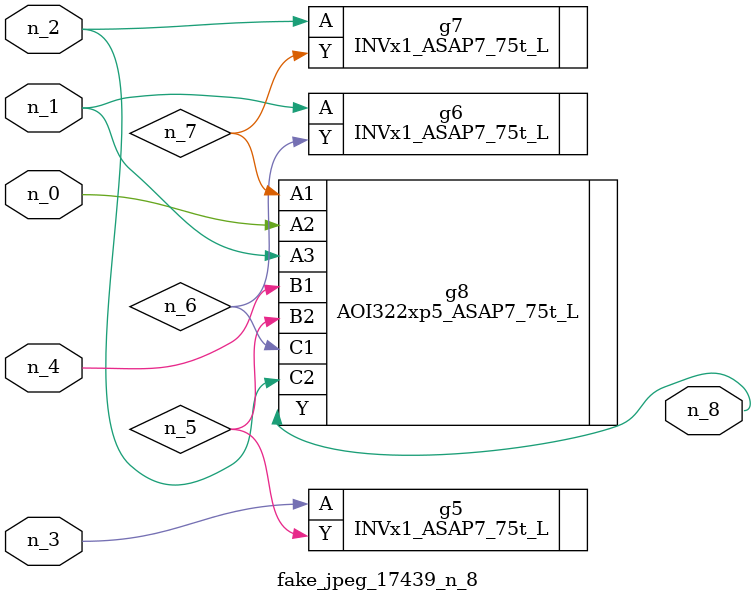
<source format=v>
module fake_jpeg_17439_n_8 (n_3, n_2, n_1, n_0, n_4, n_8);

input n_3;
input n_2;
input n_1;
input n_0;
input n_4;

output n_8;

wire n_6;
wire n_5;
wire n_7;

INVx1_ASAP7_75t_L g5 ( 
.A(n_3),
.Y(n_5)
);

INVx1_ASAP7_75t_L g6 ( 
.A(n_1),
.Y(n_6)
);

INVx1_ASAP7_75t_L g7 ( 
.A(n_2),
.Y(n_7)
);

AOI322xp5_ASAP7_75t_L g8 ( 
.A1(n_7),
.A2(n_0),
.A3(n_1),
.B1(n_4),
.B2(n_5),
.C1(n_6),
.C2(n_2),
.Y(n_8)
);


endmodule
</source>
